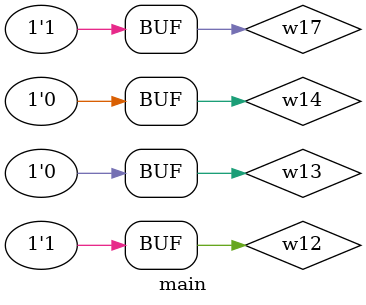
<source format=v>

`timescale 1ns/1ns

module main;    //: root_module
supply0 w14;    //: /sn:0 {0}(654,415)(654,436)(603,436){1}
//: {2}(599,436)(566,436)(566,415){3}
//: {4}(601,438)(601,455){5}
reg R;    //: {0}(606,353)(535,353){1}
//: {2}(531,353)(503,353){3}
//: {4}(501,351)(501,336){5}
//: {6}(59:499,353)(442,353){7}
//: {8}(533,355)(533,406)(552,406){9}
supply1 w17;    //: /sn:0 {0}(620,315)(620,292){1}
supply1 w12;    //: /sn:0 {0}(625,86)(625,63){1}
supply0 w13;    //: /sn:0 {0}(650,191)(650,213)(608,213){1}
//: {2}(604,213)(571,213)(571,191){3}
//: {4}(606,215)(606,231){5}
reg S;    //: {0}(611,94)(591,94){1}
//: {2}(587,94)(505,94){3}
//: {4}(503,92)(503,81){5}
//: {6}(56:501,94)(436,94){7}
//: {8}(589,96)(589,182)(636,182){9}
wire w6;    //: /sn:0 {0}(625,119)(625,103){1}
wire w16;    //: /sn:0 {0}(620,345)(620,332){1}
wire Q;    //: {0}(50:765,383)(656,383){1}
//: {2}(654,381)(654,273)(532,273)(532,184){3}
//: {4}(534,182)(557,182){5}
//: {6}(532,180)(532,127)(611,127){7}
//: {8}(652,383)(622,383){9}
//: {10}(620,381)(620,362){11}
//: {12}(618,383)(566,383)(566,398){13}
//: {14}(654,385)(654,398){15}
wire _Q;    //: {0}(50:759,159)(694,159){1}
//: {2}(690,159)(652,159){3}
//: {4}(648,159)(627,159){5}
//: {6}(625,157)(625,136){7}
//: {8}(623,159)(571,159)(571,174){9}
//: {10}(650,161)(650,174){11}
//: {12}(692,161)(692,252)(584,252)(584,321){13}
//: {14}(586,323)(606,323){15}
//: {16}(584,325)(584,406)(640,406){17}
//: enddecls

  //: VDD g4 (w12) @(636,63) /sn:0 /anc:1 /w:[ 1 ]
  //: joint g8 (w13) @(606, 213) /anc:1 /w:[ 1 -1 2 4 ]
  //: joint g34 (S) @(503, 94) /w:[ 3 4 6 -1 ]
  _GGPMOS #(2, 1) g3 (.Z(w6), .S(w12), .G(S));   //: @(619,94) /sn:0 /anc:1 /w:[ 1 0 0 ]
  _GGNMOS #(2, 1) g13 (.Z(Q), .S(w14), .G(_Q));   //: @(648,406) /sn:0 /anc:1 /w:[ 15 0 17 ]
  _GGPMOS #(2, 1) g2 (.Z(_Q), .S(w6), .G(Q));   //: @(619,127) /sn:0 /anc:1 /w:[ 7 0 7 ]
  _GGNMOS #(2, 1) g1 (.Z(_Q), .S(w13), .G(S));   //: @(644,182) /sn:0 /anc:1 /w:[ 11 0 9 ]
  //: joint g11 (S) @(589, 94) /anc:1 /w:[ 1 -1 2 8 ]
  //: VDD g16 (w17) @(631,292) /sn:0 /anc:1 /w:[ 1 ]
  //: comment g28 @(26,299) /anc:1
  //: /line:"3) Stelle den Schalter \"S\" wieder auf die \"off\" Position"
  //: /line:"und drücke die Leertaste 10 bis 20 mal. Die Signale"
  //: /line:"\"Q\" und \"_Q\" bleiben bestehen."
  //: /end
  //: joint g10 (Q) @(654, 383) /anc:1 /w:[ 1 2 8 14 ]
  //: LED g32 (Q) @(772,383) /sn:0 /R:3 /w:[ 0 ] /type:0
  //: SWITCH g19 (R) @(425,353) /sn:0 /anc:1 /w:[ 7 ] /st:0 /dn:0
  //: comment g27 @(25,193) /anc:1
  //: /line:"2) Drücke die Leertaste 10 bis 20 mal um den Simulator"
  //: /line:"vorzurücken. Beachte, daß beide Signale,"
  //: /line:"\"Q\" und \"_Q\", im unbekannten Zustand sind."
  //: /line:"Schalte jetzt \"S\" ein (durch Draufklicken)"
  //: /line:"und drücke die Leertaste weitere 10 bis 20 Male"
  //: /line:"Das \"Q\" Signal wird auf high gehen und das"
  //: /line:"\"_Q\" Signal auf low."
  //: /line:""
  //: /end
  //: SWITCH g6 (S) @(419,94) /sn:0 /anc:1 /w:[ 7 ] /st:0 /dn:0
  //: joint g9 (_Q) @(692, 159) /anc:1 /w:[ 1 -1 2 12 ]
  //: joint g7 (Q) @(620, 383) /anc:1 /w:[ 9 10 12 -1 ]
  //: LED g31 (_Q) @(766,159) /sn:0 /R:3 /w:[ 0 ] /type:0
  _GGPMOS #(2, 1) g15 (.Z(w16), .S(w17), .G(_Q));   //: @(614,323) /sn:0 /anc:1 /w:[ 1 0 15 ]
  //: joint g20 (w14) @(601, 436) /anc:1 /w:[ 1 -1 2 4 ]
  //: comment g39 @(20,12) /sn:0
  //: /line:"<a href=\"../index.v\">[ZURÜCK]</a>"
  //: /end
  //: comment g29 @(26,355) /anc:1
  //: /line:"4) Schalter durch Klicken den \"R\" Schalter aus"
  //: /line:"und drücke die Leertaste 10 bis 20 mal."
  //: /line:"Das \"_Q\" Signal wird high und das \"Q\""
  //: /line:"Signal geht auf low."
  //: /end
  //: GROUND g17 (w14) @(601,461) /sn:0 /anc:1 /w:[ 5 ]
  //: comment g25 @(26,42)
  //: /line:"Diese Schaltung ist ein einfaches Flipflop, das aus"
  //: /line:"zwei CMOS NOR Gattern auf Transistorebene konstruiert ist."
  //: /end
  //: GROUND g5 (w13) @(606,237) /sn:0 /anc:1 /w:[ 5 ]
  _GGPMOS #(2, 1) g14 (.Z(Q), .S(w16), .G(R));   //: @(614,353) /sn:0 /anc:1 /w:[ 11 0 0 ]
  //: joint g36 (R) @(501, 353) /w:[ 3 4 6 -1 ]
  //: joint g24 (_Q) @(625, 159) /anc:1 /w:[ 5 6 8 -1 ]
  //: joint g21 (Q) @(532, 182) /anc:1 /w:[ 4 6 -1 3 ]
  //: joint g23 (_Q) @(650, 159) /anc:1 /w:[ 3 -1 4 10 ]
  //: LED g35 (R) @(501,329) /sn:0 /w:[ 5 ] /type:0
  _GGNMOS #(2, 1) g0 (.Z(_Q), .S(w13), .G(Q));   //: @(565,182) /sn:0 /anc:1 /w:[ 9 3 5 ]
  //: joint g22 (R) @(533, 353) /anc:1 /w:[ 1 -1 2 8 ]
  //: comment g26 @(26,101) /anc:1
  //: /line:"1) Starte die Simulation durch Klicken auf den"
  //: /line:"\"Abspielen\" Knopf oder durch Auswahl von \"Beginn"
  //: /line:"Simulation\" aus dem \"Simulieren\" Menu."
  //: /line:"Setze Tastköpfe auf die \"S\", \"R\", \"Q\" und \"_Q\""
  //: /line:"Signale (durch Doppelklick auf sie). Das \"_Q\""
  //: /line:"Signal ist das negierte \"Q\" mit einem Überstrich."
  //: /end
  _GGNMOS #(2, 1) g12 (.Z(Q), .S(w14), .G(R));   //: @(560,406) /sn:0 /anc:1 /w:[ 13 3 9 ]
  //: joint g18 (_Q) @(584, 323) /anc:1 /w:[ 14 13 -1 16 ]
  //: LED g33 (S) @(503,74) /sn:0 /w:[ 5 ] /type:0
  //: comment g30 @(23,420) /anc:1
  //: /line:"5) Lege den \"R\" Schalter in die off Position"
  //: /line:"und drücke die Leertaste 10 bis 20 mal. Die"
  //: /line:"\"Q\" und \"_Q\" Signale werden gleich bleiben."
  //: /end

endmodule
//: /netlistEnd


</source>
